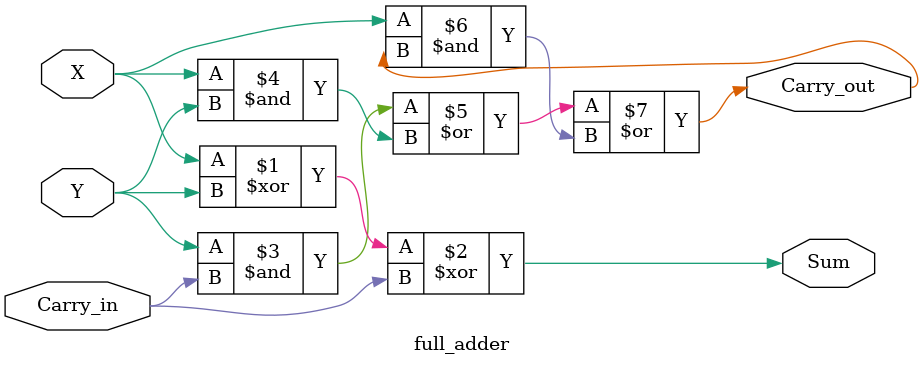
<source format=v>
module adder16bit(A, B, Out);
	parameter n = 16;
	input [n - 1 : 0] A, B;
	output [n - 1 : 0] Out;
	wire Carry_Out;
	wire [n - 1 : 0] Carry;
	
	genvar i;
	generate
		for(i = 0; i < n; i = i + 1) begin: generate_n_bit_adder
				if(i == 0)
					half_adder f(A[0], B[0], Out[0], Carry[0]);
				else
					full_adder f(A[i], B[i], Carry[i - 1], Out[i], Carry[i]);
		end
		assign Carry_out = Carry[n - 1];
	endgenerate
endmodule

module half_adder(X, Y, Sum, Carry);
	input X,Y;
	output Sum, Carry;
assign Sum = X ^ Y;
assign Carry = X & Y;

endmodule

module full_adder(X, Y, Carry_in, Sum, Carry_out);
	input X, Y, Carry_in;
	output Sum, Carry_out;
assign Sum = (X ^ Y) ^ Carry_in;
assign Carry_out = (Y & Carry_in) | (X & Y) |(X & Carry_out);

endmodule
				
</source>
